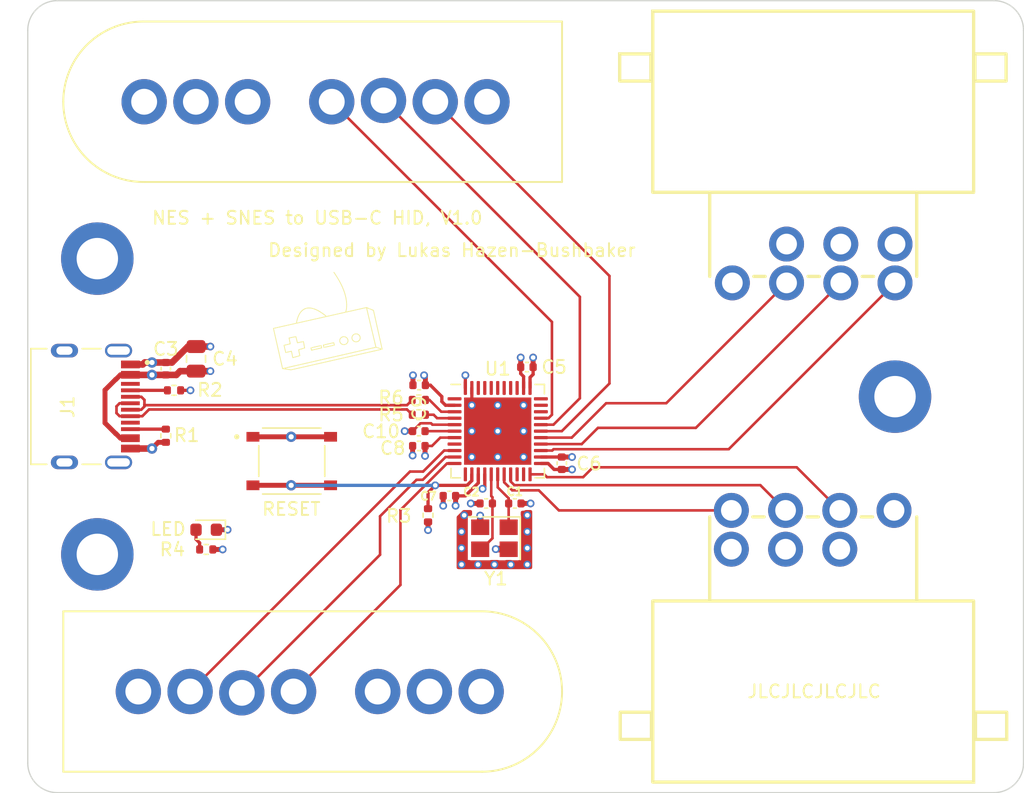
<source format=kicad_pcb>
(kicad_pcb (version 20211014) (generator pcbnew)
  (layers (0 "F.Cu" signal) (1 "In1.Cu" signal) (2 "In2.Cu" signal) (31 "B.Cu" signal) (34 "B.Paste" user) (35 "F.Paste" user) (36 "B.SilkS" user "B.Silkscreen") (37 "F.SilkS" user "F.Silkscreen") (38 "B.Mask" user) (39 "F.Mask" user) (44 "Edge.Cuts" user))
  (net 0 "")
  (net 1 "GND")
  (net 2 "Net-(D1-Pad2)")
  (net 3 "VCC")
  (net 4 "Net-(J1-PadA5)")
  (net 5 "/USB_D+")
  (net 6 "/USB_D-")
  (net 8 "Net-(J1-PadB5)")
  (net 14 "Net-(R3-Pad2)")
  (net 16 "/XIN")
  (net 17 "Net-(C10-Pad1)")
  (net 18 "/SNES_1_CLK")
  (net 19 "/SNES_1_LATCH")
  (net 20 "/SNES_1_DATA")
  (net 24 "/SNES_2_CLK")
  (net 25 "/SNES_2_LATCH")
  (net 26 "/SNES_2_DATA")
  (net 33 "/NES_1_DATA")
  (net 34 "/NES_1_LATCH")
  (net 35 "/NES_1_CLK")
  (net 49 "/NES_2_DATA")
  (net 50 "/NES_2_LATCH")
  (net 51 "/NES_2_CLK")
  (net 52 "/XOUT")
  (net 53 "Net-(R6-Pad2)")
  (net 54 "Net-(R5-Pad2)")
  (footprint "Capacitor_SMD:C_0402_1005Metric" (layer "F.Cu") (at 118.7704 97.028 180)
    (fp_text reference "C9" (at -0.007 -1.788 90) (layer "F.SilkS"))
    (fp_text value "0.1u")
    (pad "1" smd roundrect (at -0.48 0 180) (size 0.56 0.62) (layers "F.Cu" "F.Paste" "F.Mask") (net 3 "VCC"))
    (pad "2" smd roundrect (at 0.48 0 180) (size 0.56 0.62) (layers "F.Cu" "F.Paste" "F.Mask") (net 1 "GND"))
  )
  (footprint "Capacitor_SMD:C_0402_1005Metric" (layer "F.Cu") (at 121.1072 105.5878 180)
    (fp_text reference "C7" (at 1.6256 -0.0254 180) (layer "F.SilkS") (effects (font (size 0.635 0.635))))
    (fp_text value "0.1u")
    (pad "1" smd roundrect (at -0.48 0 180) (size 0.56 0.62) (layers "F.Cu" "F.Paste" "F.Mask") (net 3 "VCC"))
    (pad "2" smd roundrect (at 0.48 0 180) (size 0.56 0.62) (layers "F.Cu" "F.Paste" "F.Mask") (net 1 "GND"))
  )
  (footprint "Capacitor_SMD:C_0402_1005Metric" (layer "F.Cu") (at 118.745 101.727 180)
    (fp_text reference "C8" (at 2.018 -0.173) (layer "F.SilkS"))
    (fp_text value "0.1u")
    (pad "1" smd roundrect (at -0.48 0 180) (size 0.56 0.62) (layers "F.Cu" "F.Paste" "F.Mask") (net 3 "VCC"))
    (pad "2" smd roundrect (at 0.48 0 180) (size 0.56 0.62) (layers "F.Cu" "F.Paste" "F.Mask") (net 1 "GND"))
  )
  (footprint "local_footprints:GAMING_SNES" (layer "F.Cu") (at 109.064 120.709)
    (fp_text reference "J2" hide)
    (fp_text value "SNES_Controller" hide)
    (pad "1" thru_hole circle (at -12 0) (size 3.5 3.5) (drill 2) (layers *.Cu *.Mask) (net 3 "VCC"))
    (pad "2" thru_hole circle (at -8 0) (size 3.5 3.5) (drill 2) (layers *.Cu *.Mask) (net 18 "/SNES_1_CLK"))
    (pad "3" thru_hole circle (at -4 0.1) (size 3.5 3.5) (drill 2) (layers *.Cu *.Mask) (net 19 "/SNES_1_LATCH"))
    (pad "4" thru_hole circle (at 0 0) (size 3.5 3.5) (drill 2) (layers *.Cu *.Mask) (net 20 "/SNES_1_DATA"))
    (pad "5" thru_hole circle (at 6.5 0) (size 3.5 3.5) (drill 2) (layers *.Cu *.Mask))
    (pad "6" thru_hole circle (at 10.5 0) (size 3.5 3.5) (drill 2) (layers *.Cu *.Mask))
    (pad "7" thru_hole circle (at 14.5 0) (size 3.5 3.5) (drill 2) (layers *.Cu *.Mask) (net 1 "GND"))
  )
  (footprint "Resistor_SMD:R_0402_1005Metric" (layer "F.Cu") (at 118.745 98.171)
    (fp_text reference "R6" (at -2.145 -0.171) (layer "F.SilkS"))
    (fp_text value "22r")
    (pad "1" smd roundrect (at -0.51 0) (size 0.54 0.64) (layers "F.Cu" "F.Paste" "F.Mask") (net 6 "/USB_D-"))
    (pad "2" smd roundrect (at 0.51 0) (size 0.54 0.64) (layers "F.Cu" "F.Paste" "F.Mask") (net 53 "Net-(R6-Pad2)"))
  )
  (footprint "Resistor_SMD:R_0402_1005Metric" (layer "F.Cu") (at 119.4562 107.0864 90)
    (fp_text reference "R3" (at -0.055 -2.261) (layer "F.SilkS"))
    (fp_text value "10k")
    (pad "1" smd roundrect (at -0.51 0 90) (size 0.54 0.64) (layers "F.Cu" "F.Paste" "F.Mask") (net 3 "VCC"))
    (pad "2" smd roundrect (at 0.51 0 90) (size 0.54 0.64) (layers "F.Cu" "F.Paste" "F.Mask") (net 14 "Net-(R3-Pad2)"))
  )
  (footprint "local_footprints:NES controller port" (layer "F.Cu") (at 149.225 82.375 180)
    (fp_text reference "J5" hide)
    (fp_text value "NES_Controller")
    (pad "" np_thru_hole circle (at 10.25 7.25 180) (size 3.2 3.2) (drill 3.2) (layers F&B.Cu *.Mask))
    (pad "" np_thru_hole circle (at -10.25 7.25 180) (size 3.2 3.2) (drill 3.2) (layers F&B.Cu *.Mask))
    (pad "1" thru_hole circle (at 2.057 -3.75 180) (size 2.7 2.7) (drill 1.6) (layers *.Cu *.Mask) (net 3 "VCC"))
    (pad "2" thru_hole circle (at -2.134 -3.75 180) (size 2.7 2.7) (drill 1.6) (layers *.Cu *.Mask))
    (pad "3" thru_hole circle (at -6.325 -3.75 180) (size 2.7 2.7) (drill 1.6) (layers *.Cu *.Mask))
    (pad "4" thru_hole circle (at -6.325 -6.75 180) (size 2.7 2.7) (drill 1.6) (layers *.Cu *.Mask) (net 49 "/NES_2_DATA"))
    (pad "5" thru_hole circle (at -2.134 -6.75 180) (size 2.7 2.7) (drill 1.6) (layers *.Cu *.Mask) (net 50 "/NES_2_LATCH"))
    (pad "6" thru_hole circle (at 2.057 -6.75 180) (size 2.7 2.7) (drill 1.6) (layers *.Cu *.Mask) (net 51 "/NES_2_CLK"))
    (pad "7" thru_hole circle (at 6.248 -6.75 180) (size 2.7 2.7) (drill 1.6) (layers *.Cu *.Mask) (net 1 "GND"))
  )
  (footprint "MountingHole:MountingHole_3.2mm_M3_DIN965_Pad" (layer "F.Cu") (at 155.55 97.917)
    (fp_text reference "H3" hide)
    (fp_text value "MountingHole_Pad")
    (pad "1" thru_hole circle (at 0 0) (size 5.6 5.6) (drill 3.2) (layers *.Cu *.Mask) (net 1 "GND"))
  )
  (footprint "local_footprints:NES controller port" (layer "F.Cu") (at 149.225 113.459)
    (fp_text reference "J4" hide)
    (fp_text value "NES_Controller")
    (pad "" np_thru_hole circle (at -10.25 7.25) (size 3.2 3.2) (drill 3.2) (layers F&B.Cu *.Mask))
    (pad "" np_thru_hole circle (at 10.25 7.25) (size 3.2 3.2) (drill 3.2) (layers F&B.Cu *.Mask))
    (pad "1" thru_hole circle (at 2.057 -3.75) (size 2.7 2.7) (drill 1.6) (layers *.Cu *.Mask) (net 3 "VCC"))
    (pad "2" thru_hole circle (at -2.134 -3.75) (size 2.7 2.7) (drill 1.6) (layers *.Cu *.Mask))
    (pad "3" thru_hole circle (at -6.325 -3.75) (size 2.7 2.7) (drill 1.6) (layers *.Cu *.Mask))
    (pad "4" thru_hole circle (at -6.325 -6.75) (size 2.7 2.7) (drill 1.6) (layers *.Cu *.Mask) (net 33 "/NES_1_DATA"))
    (pad "5" thru_hole circle (at -2.134 -6.75) (size 2.7 2.7) (drill 1.6) (layers *.Cu *.Mask) (net 34 "/NES_1_LATCH"))
    (pad "6" thru_hole circle (at 2.057 -6.75) (size 2.7 2.7) (drill 1.6) (layers *.Cu *.Mask) (net 35 "/NES_1_CLK"))
    (pad "7" thru_hole circle (at 6.248 -6.75) (size 2.7 2.7) (drill 1.6) (layers *.Cu *.Mask) (net 1 "GND"))
  )
  (footprint "Resistor_SMD:R_0402_1005Metric" (layer "F.Cu") (at 102.3112 109.728 180)
    (fp_text reference "R4" (at 2.6162 0) (layer "F.SilkS"))
    (fp_text value "330r")
    (pad "1" smd roundrect (at -0.51 0 180) (size 0.54 0.64) (layers "F.Cu" "F.Paste" "F.Mask") (net 3 "VCC"))
    (pad "2" smd roundrect (at 0.51 0 180) (size 0.54 0.64) (layers "F.Cu" "F.Paste" "F.Mask") (net 2 "Net-(D1-Pad2)"))
  )
  (footprint "Capacitor_SMD:C_0402_1005Metric" (layer "F.Cu") (at 118.745 100.584 180)
    (fp_text reference "C10" (at 2.921 -0.016) (layer "F.SilkS"))
    (fp_text value "1u")
    (pad "1" smd roundrect (at -0.48 0 180) (size 0.56 0.62) (layers "F.Cu" "F.Paste" "F.Mask") (net 17 "Net-(C10-Pad1)"))
    (pad "2" smd roundrect (at 0.48 0 180) (size 0.56 0.62) (layers "F.Cu" "F.Paste" "F.Mask") (net 1 "GND"))
  )
  (footprint "MountingHole:MountingHole_3.2mm_M3_DIN965_Pad" (layer "F.Cu") (at 93.8955 87.249)
    (fp_text reference "H1" hide)
    (fp_text value "MountingHole_Pad")
    (pad "1" thru_hole circle (at 0 0) (size 5.6 5.6) (drill 3.2) (layers *.Cu *.Mask) (net 1 "GND"))
  )
  (footprint "LED_SMD:LED_0603_1608Metric" (layer "F.Cu") (at 102.3112 108.204 180)
    (fp_text reference "D1" hide)
    (fp_text value "LED")
    (pad "1" smd roundrect (at -0.7875 0 180) (size 0.875 0.95) (layers "F.Cu" "F.Paste" "F.Mask") (net 1 "GND"))
    (pad "2" smd roundrect (at 0.7875 0 180) (size 0.875 0.95) (layers "F.Cu" "F.Paste" "F.Mask") (net 2 "Net-(D1-Pad2)"))
  )
  (footprint "Resistor_SMD:R_0402_1005Metric" (layer "F.Cu") (at 118.745 99.314)
    (fp_text reference "R5" (at -2.145 -0.014) (layer "F.SilkS"))
    (fp_text value "22r")
    (pad "1" smd roundrect (at -0.51 0) (size 0.54 0.64) (layers "F.Cu" "F.Paste" "F.Mask") (net 5 "/USB_D+"))
    (pad "2" smd roundrect (at 0.51 0) (size 0.54 0.64) (layers "F.Cu" "F.Paste" "F.Mask") (net 54 "Net-(R5-Pad2)"))
  )
  (footprint "footprints:SW_TS-1187A-B-A-B" (layer "F.Cu") (at 108.9225 102.8954)
    (fp_text reference "S1" hide)
    (fp_text value "TS-1187A-B-A-B")
    (pad "A" smd rect locked (at -3 -1.875) (size 1 0.75) (layers "F.Cu" "F.Paste" "F.Mask") (net 1 "GND"))
    (pad "B" smd rect locked (at 3 -1.875) (size 1 0.75) (layers "F.Cu" "F.Paste" "F.Mask") (net 1 "GND"))
    (pad "C" smd rect locked (at -3 1.875) (size 1 0.75) (layers "F.Cu" "F.Paste" "F.Mask") (net 14 "Net-(R3-Pad2)"))
    (pad "D" smd rect locked (at 3 1.875) (size 1 0.75) (layers "F.Cu" "F.Paste" "F.Mask") (net 14 "Net-(R3-Pad2)"))
  )
  (footprint "MountingHole:MountingHole_3.2mm_M3_DIN965_Pad" (layer "F.Cu") (at 93.8955 110.109)
    (fp_text reference "H2" hide)
    (fp_text value "MountingHole_Pad")
    (pad "1" thru_hole circle (at 0 0) (size 5.6 5.6) (drill 3.2) (layers *.Cu *.Mask) (net 1 "GND"))
  )
  (footprint "LOGO" (layer "F.Cu") (at 111.526789 92.016398)
    (fp_text reference "G***" hide)
    (fp_text value "LOGO" hide)
  )
  (footprint "Resistor_SMD:R_0402_1005Metric" (layer "F.Cu") (at 99.822 97.429 180)
    (fp_text reference "R2" (at -2.778 0.029) (layer "F.SilkS"))
    (fp_text value "5.1k")
    (pad "1" smd roundrect (at -0.51 0 180) (size 0.54 0.64) (layers "F.Cu" "F.Paste" "F.Mask") (net 1 "GND"))
    (pad "2" smd roundrect (at 0.51 0 180) (size 0.54 0.64) (layers "F.Cu" "F.Paste" "F.Mask") (net 4 "Net-(J1-PadA5)"))
  )
  (footprint "Package_DFN_QFN:QFN-44-1EP_7x7mm_P0.5mm_EP5.2x5.2mm" (layer "F.Cu") (at 124.841 100.584)
    (fp_text reference "U1" (at 0 -4.82) (layer "F.SilkS"))
    (fp_text value "ATmega32U4-M")
    (pad "1" smd roundrect (at -3.3375 -2.5) (size 1.075 0.25) (layers "F.Cu" "F.Paste" "F.Mask"))
    (pad "2" smd roundrect (at -3.3375 -2) (size 1.075 0.25) (layers "F.Cu" "F.Paste" "F.Mask") (net 3 "VCC"))
    (pad "3" smd roundrect (at -3.3375 -1.5) (size 1.075 0.25) (layers "F.Cu" "F.Paste" "F.Mask") (net 53 "Net-(R6-Pad2)"))
    (pad "4" smd roundrect (at -3.3375 -1) (size 1.075 0.25) (layers "F.Cu" "F.Paste" "F.Mask") (net 54 "Net-(R5-Pad2)"))
    (pad "5" smd roundrect (at -3.3375 -0.5) (size 1.075 0.25) (layers "F.Cu" "F.Paste" "F.Mask") (net 1 "GND"))
    (pad "6" smd roundrect (at -3.3375 0) (size 1.075 0.25) (layers "F.Cu" "F.Paste" "F.Mask") (net 17 "Net-(C10-Pad1)"))
    (pad "7" smd roundrect (at -3.3375 0.5) (size 1.075 0.25) (layers "F.Cu" "F.Paste" "F.Mask") (net 3 "VCC"))
    (pad "8" smd roundrect (at -3.3375 1) (size 1.075 0.25) (layers "F.Cu" "F.Paste" "F.Mask"))
    (pad "9" smd roundrect (at -3.3375 1.5) (size 1.075 0.25) (layers "F.Cu" "F.Paste" "F.Mask") (net 18 "/SNES_1_CLK"))
    (pad "10" smd roundrect (at -3.3375 2) (size 1.075 0.25) (layers "F.Cu" "F.Paste" "F.Mask") (net 19 "/SNES_1_LATCH"))
    (pad "11" smd roundrect (at -3.3375 2.5) (size 1.075 0.25) (layers "F.Cu" "F.Paste" "F.Mask") (net 20 "/SNES_1_DATA"))
    (pad "12" smd roundrect (at -2.5 3.3375) (size 0.25 1.075) (layers "F.Cu" "F.Paste" "F.Mask"))
    (pad "13" smd roundrect (at -2 3.3375) (size 0.25 1.075) (layers "F.Cu" "F.Paste" "F.Mask") (net 14 "Net-(R3-Pad2)"))
    (pad "14" smd roundrect (at -1.5 3.3375) (size 0.25 1.075) (layers "F.Cu" "F.Paste" "F.Mask") (net 3 "VCC"))
    (pad "15" smd roundrect (at -1 3.3375) (size 0.25 1.075) (layers "F.Cu" "F.Paste" "F.Mask") (net 1 "GND"))
    (pad "16" smd roundrect (at -0.5 3.3375) (size 0.25 1.075) (layers "F.Cu" "F.Paste" "F.Mask") (net 52 "/XOUT"))
    (pad "17" smd roundrect (at 0 3.3375) (size 0.25 1.075) (layers "F.Cu" "F.Paste" "F.Mask") (net 16 "/XIN"))
    (pad "18" smd roundrect (at 0.5 3.3375) (size 0.25 1.075) (layers "F.Cu" "F.Paste" "F.Mask") (net 33 "/NES_1_DATA"))
    (pad "19" smd roundrect (at 1 3.3375) (size 0.25 1.075) (layers "F.Cu" "F.Paste" "F.Mask") (net 34 "/NES_1_LATCH"))
    (pad "20" smd roundrect (at 1.5 3.3375) (size 0.25 1.075) (layers "F.Cu" "F.Paste" "F.Mask"))
    (pad "21" smd roundrect (at 2 3.3375) (size 0.25 1.075) (layers "F.Cu" "F.Paste" "F.Mask"))
    (pad "22" smd roundrect (at 2.5 3.3375) (size 0.25 1.075) (layers "F.Cu" "F.Paste" "F.Mask") (net 35 "/NES_1_CLK"))
    (pad "23" smd roundrect (at 3.3375 2.5) (size 1.075 0.25) (layers "F.Cu" "F.Paste" "F.Mask") (net 1 "GND"))
    (pad "24" smd roundrect (at 3.3375 2) (size 1.075 0.25) (layers "F.Cu" "F.Paste" "F.Mask") (net 3 "VCC"))
    (pad "25" smd roundrect (at 3.3375 1.5) (size 1.075 0.25) (layers "F.Cu" "F.Paste" "F.Mask") (net 49 "/NES_2_DATA"))
    (pad "26" smd roundrect (at 3.3375 1) (size 1.075 0.25) (layers "F.Cu" "F.Paste" "F.Mask") (net 50 "/NES_2_LATCH"))
    (pad "27" smd roundrect (at 3.3375 0.5) (size 1.075 0.25) (layers "F.Cu" "F.Paste" "F.Mask") (net 51 "/NES_2_CLK"))
    (pad "28" smd roundrect (at 3.3375 0) (size 1.075 0.25) (layers "F.Cu" "F.Paste" "F.Mask") (net 24 "/SNES_2_CLK"))
    (pad "29" smd roundrect (at 3.3375 -0.5) (size 1.075 0.25) (layers "F.Cu" "F.Paste" "F.Mask") (net 25 "/SNES_2_LATCH"))
    (pad "30" smd roundrect (at 3.3375 -1) (size 1.075 0.25) (layers "F.Cu" "F.Paste" "F.Mask") (net 26 "/SNES_2_DATA"))
    (pad "31" smd roundrect (at 3.3375 -1.5) (size 1.075 0.25) (layers "F.Cu" "F.Paste" "F.Mask"))
    (pad "32" smd roundrect (at 3.3375 -2) (size 1.075 0.25) (layers "F.Cu" "F.Paste" "F.Mask"))
    (pad "33" smd roundrect (at 3.3375 -2.5) (size 1.075 0.25) (layers "F.Cu" "F.Paste" "F.Mask"))
    (pad "34" smd roundrect (at 2.5 -3.3375) (size 0.25 1.075) (layers "F.Cu" "F.Paste" "F.Mask") (net 3 "VCC"))
    (pad "35" smd roundrect (at 2 -3.3375) (size 0.25 1.075) (layers "F.Cu" "F.Paste" "F.Mask") (net 1 "GND"))
    (pad "36" smd roundrect (at 1.5 -3.3375) (size 0.25 1.075) (layers "F.Cu" "F.Paste" "F.Mask"))
    (pad "37" smd roundrect (at 1 -3.3375) (size 0.25 1.075) (layers "F.Cu" "F.Paste" "F.Mask"))
    (pad "38" smd roundrect (at 0.5 -3.3375) (size 0.25 1.075) (layers "F.Cu" "F.Paste" "F.Mask"))
    (pad "39" smd roundrect (at 0 -3.3375) (size 0.25 1.075) (layers "F.Cu" "F.Paste" "F.Mask"))
    (pad "40" smd roundrect (at -0.5 -3.3375) (size 0.25 1.075) (layers "F.Cu" "F.Paste" "F.Mask"))
    (pad "41" smd roundrect (at -1 -3.3375) (size 0.25 1.075) (layers "F.Cu" "F.Paste" "F.Mask"))
    (pad "42" smd roundrect (at -1.5 -3.3375) (size 0.25 1.075) (layers "F.Cu" "F.Paste" "F.Mask"))
    (pad "43" smd roundrect (at -2 -3.3375) (size 0.25 1.075) (layers "F.Cu" "F.Paste" "F.Mask") (net 1 "GND"))
    (pad "44" smd roundrect (at -2.5 -3.3375) (size 0.25 1.075) (layers "F.Cu" "F.Paste" "F.Mask") (net 3 "VCC"))
    (pad "45" smd rect (at 0 0) (size 5.2 5.2) (layers "F.Cu" "F.Mask") (net 1 "GND"))
  )
  (footprint "Resistor_SMD:R_0402_1005Metric" (layer "F.Cu") (at 99.187 100.939 90)
    (fp_text reference "R1" (at 0.039 1.613) (layer "F.SilkS"))
    (fp_text value "5.1k")
    (pad "1" smd roundrect (at -0.51 0 90) (size 0.54 0.64) (layers "F.Cu" "F.Paste" "F.Mask") (net 1 "GND"))
    (pad "2" smd roundrect (at 0.51 0 90) (size 0.54 0.64) (layers "F.Cu" "F.Paste" "F.Mask") (net 8 "Net-(J1-PadB5)"))
  )
  (footprint "Capacitor_SMD:C_0402_1005Metric" (layer "F.Cu") (at 129.794 103.064 -90)
    (fp_text reference "C6" (at 0.036 -2.106 180) (layer "F.SilkS"))
    (fp_text value "0.1u")
    (pad "1" smd roundrect (at -0.48 0 270) (size 0.56 0.62) (layers "F.Cu" "F.Paste" "F.Mask") (net 3 "VCC"))
    (pad "2" smd roundrect (at 0.48 0 270) (size 0.56 0.62) (layers "F.Cu" "F.Paste" "F.Mask") (net 1 "GND"))
  )
  (footprint "Crystal:Crystal_SMD_3225-4Pin_3.2x2.5mm" (layer "F.Cu") (at 124.587 108.862 180)
    (fp_text reference "Y1" (at -0.113 -3.118) (layer "F.SilkS"))
    (fp_text value "X322516MLB4SI")
    (pad "1" smd rect (at -1.1 0.85 180) (size 1.4 1.2) (layers "F.Cu" "F.Paste" "F.Mask") (net 16 "/XIN"))
    (pad "2" smd rect (at 1.1 0.85 180) (size 1.4 1.2) (layers "F.Cu" "F.Paste" "F.Mask") (net 1 "GND"))
    (pad "3" smd rect (at 1.1 -0.85 180) (size 1.4 1.2) (layers "F.Cu" "F.Paste" "F.Mask") (net 52 "/XOUT"))
    (pad "4" smd rect (at -1.1 -0.85 180) (size 1.4 1.2) (layers "F.Cu" "F.Paste" "F.Mask") (net 1 "GND"))
  )
  (footprint "Capacitor_SMD:C_0402_1005Metric" (layer "F.Cu") (at 126.167 106.172 180)
    (fp_text reference "C1" (at 0.0052 0.9144) (layer "F.SilkS") (effects (font (size 0.635 0.635))))
    (fp_text value "14p")
    (pad "1" smd roundrect (at -0.48 0 180) (size 0.56 0.62) (layers "F.Cu" "F.Paste" "F.Mask") (net 1 "GND"))
    (pad "2" smd roundrect (at 0.48 0 180) (size 0.56 0.62) (layers "F.Cu" "F.Paste" "F.Mask") (net 16 "/XIN"))
  )
  (footprint "Capacitor_SMD:C_0805_2012Metric" (layer "F.Cu") (at 101.5238 94.996 90)
    (fp_text reference "C4" (at 0 2.2352 180) (layer "F.SilkS"))
    (fp_text value "10u")
    (pad "1" smd roundrect (at -0.95 0 90) (size 1 1.45) (layers "F.Cu" "F.Paste" "F.Mask") (net 3 "VCC"))
    (pad "2" smd roundrect (at 0.95 0 90) (size 1 1.45) (layers "F.Cu" "F.Paste" "F.Mask") (net 1 "GND"))
  )
  (footprint "Capacitor_SMD:C_0402_1005Metric" (layer "F.Cu") (at 123.952 106.172)
    (fp_text reference "C2" (at -1.143 -0.889) (layer "F.SilkS") (effects (font (size 0.635 0.635))))
    (fp_text value "14p")
    (pad "1" smd roundrect (at -0.48 0) (size 0.56 0.62) (layers "F.Cu" "F.Paste" "F.Mask") (net 1 "GND"))
    (pad "2" smd roundrect (at 0.48 0) (size 0.56 0.62) (layers "F.Cu" "F.Paste" "F.Mask") (net 52 "/XOUT"))
  )
  (footprint "local_footprints:GAMING_SNES" (layer "F.Cu") (at 112.014 75.125 180)
    (fp_text reference "J3" hide)
    (fp_text value "SNES_Controller" hide)
    (pad "1" thru_hole circle (at -12 0 180) (size 3.5 3.5) (drill 2) (layers *.Cu *.Mask) (net 3 "VCC"))
    (pad "2" thru_hole circle (at -8 0 180) (size 3.5 3.5) (drill 2) (layers *.Cu *.Mask) (net 24 "/SNES_2_CLK"))
    (pad "3" thru_hole circle (at -4 0.1 180) (size 3.5 3.5) (drill 2) (layers *.Cu *.Mask) (net 25 "/SNES_2_LATCH"))
    (pad "4" thru_hole circle (at 0 0 180) (size 3.5 3.5) (drill 2) (layers *.Cu *.Mask) (net 26 "/SNES_2_DATA"))
    (pad "5" thru_hole circle (at 6.5 0 180) (size 3.5 3.5) (drill 2) (layers *.Cu *.Mask))
    (pad "6" thru_hole circle (at 10.5 0 180) (size 3.5 3.5) (drill 2) (layers *.Cu *.Mask))
    (pad "7" thru_hole circle (at 14.5 0 180) (size 3.5 3.5) (drill 2) (layers *.Cu *.Mask) (net 1 "GND"))
  )
  (footprint "Capacitor_SMD:C_0402_1005Metric" (layer "F.Cu") (at 127.098 95.631 180)
    (fp_text reference "C5" (at -2.102 0) (layer "F.SilkS"))
    (fp_text value "0.1u")
    (pad "1" smd roundrect (at -0.48 0 180) (size 0.56 0.62) (layers "F.Cu" "F.Paste" "F.Mask") (net 3 "VCC"))
    (pad "2" smd roundrect (at 0.48 0 180) (size 0.56 0.62) (layers "F.Cu" "F.Paste" "F.Mask") (net 1 "GND"))
  )
  (footprint "footprints:HRO_TYPE-C-31-M-12" (layer "F.Cu") (at 91.3555 98.679 -90)
    (fp_text reference "J1" (at 0.021 -0.2445 -270) (layer "F.SilkS"))
    (fp_text value "TYPE-C-31-M-12")
    (pad "" np_thru_hole circle locked (at 2.89 -3.65 270) (size 0.7 0.7) (drill 0.7) (layers *.Cu *.Mask))
    (pad "" np_thru_hole circle locked (at -2.89 -3.65 270) (size 0.7 0.7) (drill 0.7) (layers *.Cu *.Mask))
    (pad "A1B12" smd rect locked (at -3.25 -5.095 270) (size 0.6 1.45) (layers "F.Cu" "F.Paste" "F.Mask") (net 1 "GND"))
    (pad "A4B9" smd rect locked (at -2.45 -5.095 270) (size 0.6 1.45) (layers "F.Cu" "F.Paste" "F.Mask") (net 3 "VCC"))
    (pad "A5" smd rect locked (at -1.25 -5.095 270) (size 0.3 1.45) (layers "F.Cu" "F.Paste" "F.Mask") (net 4 "Net-(J1-PadA5)"))
    (pad "A6" smd rect locked (at -0.25 -5.095 270) (size 0.3 1.45) (layers "F.Cu" "F.Paste" "F.Mask") (net 5 "/USB_D+"))
    (pad "A7" smd rect locked (at 0.25 -5.095 270) (size 0.3 1.45) (layers "F.Cu" "F.Paste" "F.Mask") (net 6 "/USB_D-"))
    (pad "A8" smd rect locked (at 1.25 -5.095 270) (size 0.3 1.45) (layers "F.Cu" "F.Paste" "F.Mask"))
    (pad "B1A12" smd rect locked (at 3.25 -5.095 270) (size 0.6 1.45) (layers "F.Cu" "F.Paste" "F.Mask") (net 1 "GND"))
    (pad "B4A9" smd rect locked (at 2.45 -5.095 270) (size 0.6 1.45) (layers "F.Cu" "F.Paste" "F.Mask") (net 3 "VCC"))
    (pad "B5" smd rect locked (at 1.75 -5.095 270) (size 0.3 1.45) (layers "F.Cu" "F.Paste" "F.Mask") (net 8 "Net-(J1-PadB5)"))
    (pad "B6" smd rect locked (at 0.75 -5.095 270) (size 0.3 1.45) (layers "F.Cu" "F.Paste" "F.Mask") (net 5 "/USB_D+"))
    (pad "B7" smd rect locked (at -0.75 -5.095 270) (size 0.3 1.45) (layers "F.Cu" "F.Paste" "F.Mask") (net 6 "/USB_D-"))
    (pad "B8" smd rect locked (at -1.75 -5.095 270) (size 0.3 1.45) (layers "F.Cu" "F.Paste" "F.Mask"))
    (pad "S1" thru_hole oval locked (at -4.32 -4.18 270) (size 1.05 2.1) (drill oval 0.65 1.75) (layers *.Cu *.Mask))
    (pad "S2" thru_hole oval locked (at 4.32 -4.18 270) (size 1.05 2.1) (drill oval 0.65 1.75) (layers *.Cu *.Mask))
    (pad "S3" thru_hole oval locked (at -4.32 0 270) (size 1.05 2.1) (drill oval 0.65 1.25) (layers *.Cu *.Mask))
    (pad "S4" thru_hole oval locked (at 4.32 0 270) (size 1.05 2.1) (drill oval 0.65 1.25) (layers *.Cu *.Mask))
  )
  (footprint "Capacitor_SMD:C_0402_1005Metric" (layer "F.Cu") (at 99.187 95.758 90)
    (fp_text reference "C3" (at 1.524 0 180) (layer "F.SilkS"))
    (fp_text value "1u")
    (pad "1" smd roundrect (at -0.48 0 90) (size 0.56 0.62) (layers "F.Cu" "F.Paste" "F.Mask") (net 3 "VCC"))
    (pad "2" smd roundrect (at 0.48 0 90) (size 0.56 0.62) (layers "F.Cu" "F.Paste" "F.Mask") (net 1 "GND"))
  )
  (gr_arc (start 165.481 126.238) (mid 164.811446 127.854446) (end 163.195 128.524) (layer "Edge.Cuts") (width 0.1))
  (gr_arc (start 90.805 128.524) (mid 89.188554 127.854446) (end 88.519 126.238) (layer "Edge.Cuts") (width 0.1))
  (gr_arc (start 163.195 67.31) (mid 164.811446 67.979554) (end 165.481 69.596) (layer "Edge.Cuts") (width 0.1))
  (gr_line (start 90.805 128.524) (end 163.195 128.524) (layer "Edge.Cuts") (width 0.1))
  (gr_line (start 163.195 67.31) (end 90.805 67.31) (layer "Edge.Cuts") (width 0.1))
  (gr_arc (start 88.519 69.596) (mid 89.188554 67.979554) (end 90.805 67.31) (layer "Edge.Cuts") (width 0.1))
  (gr_line (start 165.481 126.238) (end 165.481 69.596) (layer "Edge.Cuts") (width 0.1))
  (gr_line (start 88.519 69.596) (end 88.519 126.238) (layer "Edge.Cuts") (width 0.1))
  (gr_text "LED" (at 99.3648 108.1532) (layer "F.SilkS") (effects (font (size 1 1))))
  (gr_text "RESET" (at 108.8898 106.6038) (layer "F.SilkS") (effects (font (size 0.992 0.992))))
  (gr_text "Designed by Lukas Hazen-Bushbaker" (at 121.3 86.6) (layer "F.SilkS") (effects (font (size 1 1))))
  (gr_text "NES + SNES to USB-C HID, V1.0" (at 110.9 84.1) (layer "F.SilkS") (effects (font (size 1 1))))
  (gr_text "JLCJLCJLCJLC" (at 149.3 120.7) (layer "F.SilkS") (effects (font (size 1 1))))
  (segment (start 118.2904 97.028) (end 118.2904 96.266) (width 0.381) (layer "F.Cu") (net 1))
  (segment (start 96.4505 101.929) (end 98.119 101.929) (width 0.508) (layer "F.Cu") (net 1))
  (segment (start 121.5035 100.084) (end 119.7944 100.084) (width 0.2) (layer "F.Cu") (net 1))
  (segment (start 126.841 96.361) (end 126.618 96.138) (width 0.254) (layer "F.Cu") (net 1))
  (segment (start 123.487 108.012) (end 123.487 107.1118) (width 0.508) (layer "F.Cu") (net 1))
  (segment (start 97.5588 95.278) (end 97.4078 95.429) (width 0.508) (layer "F.Cu") (net 1))
  (segment (start 122.7582 106.172) (end 123.472 106.172) (width 0.381) (layer "F.Cu") (net 1))
  (segment (start 101.5238 94.046) (end 102.6312 94.046) (width 0.508) (layer "F.Cu") (net 1))
  (segment (start 118.8746 99.9744) (end 118.265 100.584) (width 0.2) (layer "F.Cu") (net 1))
  (segment (start 129.198 103.544) (end 129.794 103.544) (width 0.254) (layer "F.Cu") (net 1))
  (segment (start 100.332 97.429) (end 101.092 97.429) (width 0.254) (layer "F.Cu") (net 1))
  (segment (start 99.187 95.278) (end 99.667 95.278) (width 0.508) (layer "F.Cu") (net 1))
  (segment (start 100.899 94.046) (end 101.5238 94.046) (width 0.508) (layer "F.Cu") (net 1))
  (segment (start 117.6528 100.584) (end 118.265 100.584) (width 0.381) (layer "F.Cu") (net 1))
  (segment (start 108.8763 101.0204) (end 105.9225 101.0204) (width 0.381) (layer "F.Cu") (net 1))
  (segment (start 124.6886 109.7026) (end 125.6776 109.7026) (width 0.508) (layer "F.Cu") (net 1))
  (segment (start 126.618 95.631) (end 126.618 94.8944) (width 0.381) (layer "F.Cu") (net 1))
  (segment (start 120.6272 106.3498) (end 120.6272 105.5878) (width 0.381) (layer "F.Cu") (net 1))
  (segment (start 126.841 97.2465) (end 126.841 96.361) (width 0.254) (layer "F.Cu") (net 1))
  (segment (start 123.841 104.868585) (end 123.841 103.9215) (width 0.254) (layer "F.Cu") (net 1))
  (segment (start 122.841 97.2465) (end 122.841 98.584) (width 0.25) (layer "F.Cu") (net 1))
  (segment (start 125.6776 109.7026) (end 125.687 109.712) (width 0.508) (layer "F.Cu") (net 1))
  (segment (start 103.0987 108.204) (end 103.9622 108.204) (width 0.381) (layer "F.Cu") (net 1))
  (segment (start 98.119 95.278) (end 97.5588 95.278) (width 0.508) (layer "F.Cu") (net 1))
  (segment (start 118.265 101.727) (end 118.265 102.4662) (width 0.381) (layer "F.Cu") (net 1))
  (segment (start 111.9225 101.0204) (end 108.8763 101.0204) (width 0.381) (layer "F.Cu") (net 1))
  (segment (start 98.599 101.449) (end 98.119 101.929) (width 0.381) (layer "F.Cu") (net 1))
  (segment (start 126.647 106.172) (end 127.381 106.172) (width 0.381) (layer "F.Cu") (net 1))
  (segment (start 128.738 103.084) (end 129.198 103.544) (width 0.254) (layer "F.Cu") (net 1))
  (segment (start 99.187 101.449) (end 98.599 101.449) (width 0.381) (layer "F.Cu") (net 1))
  (segment (start 97.4078 95.429) (end 96.4505 95.429) (width 0.508) (layer "F.Cu") (net 1))
  (segment (start 129.794 103.544) (end 130.584 103.544) (width 0.381) (layer "F.Cu") (net 1))
  (segment (start 98.119 95.278) (end 99.187 95.278) (width 0.508) (layer "F.Cu") (net 1))
  (segment (start 126.618 96.138) (end 126.618 95.631) (width 0.254) (layer "F.Cu") (net 1))
  (segment (start 128.1785 103.084) (end 128.738 103.084) (width 0.254) (layer "F.Cu") (net 1))
  (segment (start 123.670544 105.039041) (end 123.841 104.868585) (width 0.254) (layer "F.Cu") (net 1))
  (segment (start 119.7944 100.084) (end 119.6848 99.9744) (width 0.2) (layer "F.Cu") (net 1))
  (segment (start 119.6848 99.9744) (end 118.8746 99.9744) (width 0.2) (layer "F.Cu") (net 1))
  (segment (start 99.667 95.278) (end 100.899 94.046) (width 0.508) (layer "F.Cu") (net 1))
  (via (at 103.9622 108.204) (size 0.6) (drill 0.35) (layers "F.Cu" "B.Cu") (net 1))
  (via (at 127.381 106.172) (size 0.6) (drill 0.35) (layers "F.Cu" "B.Cu") (net 1))
  (via (at 124.6886 109.7026) (size 0.6) (drill 0.35) (layers "F.Cu" "B.Cu") (net 1))
  (via (at 102.6312 94.046) (size 0.6) (drill 0.35) (layers "F.Cu" "B.Cu") (net 1))
  (via (at 98.119 101.929) (size 0.8) (drill 0.4) (layers "F.Cu" "B.Cu") (net 1))
  (via (at 122.841 102.584) (size 0.6) (drill 0.35) (layers "F.Cu" "B.Cu") (net 1))
  (via (at 125.857 110.8964) (size 0.6) (drill 0.35) (layers "F.Cu" "B.Cu") (net 1))
  (via (at 108.8763 101.0204) (size 0.8) (drill 0.4) (layers "F.Cu" "B.Cu") (net 1))
  (via (at 122.047 108.354) (size 0.6) (drill 0.35) (layers "F.Cu" "B.Cu") (net 1))
  (via (at 126.618 94.8944) (size 0.6) (drill 0.35) (layers "F.Cu" "B.Cu") (net 1))
  (via (at 122.841 100.584) (size 0.6) (drill 0.35) (layers "F.Cu" "B.Cu") (net 1))
  (via (at 122.841 98.584) (size 0.6) (drill 0.35) (layers "F.Cu" "B.Cu") (net 1))
  (via (at 123.317 110.894) (size 0.6) (drill 0.35) (layers "F.Cu" "B.Cu") (net 1))
  (via (at 127.127 110.894) (size 0.6) (drill 0.35) (layers "F.Cu" "B.Cu") (net 1))
  (via (at 122.047 110.894) (size 0.6) (drill 0.35) (layers "F.Cu" "B.Cu") (net 1))
  (via (at 123.670544 105.039041) (size 0.6) (drill 0.35) (layers "F.Cu" "B.Cu") (net 1))
  (via (at 127.127 108.354) (size 0.6) (drill 0.35) (layers "F.Cu" "B.Cu") (net 1))
  (via (at 126.841 98.584) (size 0.6) (drill 0.35) (layers "F.Cu" "B.Cu") (net 1))
  (via (at 126.841 102.584) (size 0.6) (drill 0.35) (layers "F.Cu" "B.Cu") (net 1))
  (via (at 118.265 102.4662) (size 0.6) (drill 0.35) (layers "F.Cu" "B.Cu") (net 1))
  (via (at 127.127 109.624) (size 0.6) (drill 0.35) (layers "F.Cu" "B.Cu") (net 1))
  (via (at 124.841 98.584) (size 0.6) (drill 0.35) (layers "F.Cu" "B.Cu") (net 1))
  (via (at 122.047 109.624) (size 0.6) (drill 0.35) (layers "F.Cu" "B.Cu") (net 1))
  (via (at 127.127 107.084) (size 0.6) (drill 0.35) (layers "F.Cu" "B.Cu") (net 1))
  (via (at 98.119 95.278) (size 0.8) (drill 0.4) (layers "F.Cu" "B.Cu") (net 1))
  (via (at 122.2502 107.0864) (size 0.6) (drill 0.35) (layers "F.Cu" "B.Cu") (net 1))
  (via (at 124.841 100.584) (size 0.6) (drill 0.35) (layers "F.Cu" "B.Cu") (net 1))
  (via (at 124.841 102.584) (size 0.6) (drill 0.35) (layers "F.Cu" "B.Cu") (net 1))
  (via (at 124.587 110.894) (size 0.6) (drill 0.35) (layers "F.Cu" "B.Cu") (net 1))
  (via (at 130.584 103.544) (size 0.6) (drill 0.35) (layers "F.Cu" "B.Cu") (net 1))
  (via (at 117.6528 100.584) (size 0.6) (drill 0.35) (layers "F.Cu" "B.Cu") (net 1))
  (via (at 118.2904 96.266) (size 0.6) (drill 0.35) (layers "F.Cu" "B.Cu") (net 1))
  (via (at 126.841 100.584) (size 0.6) (drill 0.35) (layers "F.Cu" "B.Cu") (net 1))
  (via (at 120.6272 106.3498) (size 0.6) (drill 0.35) (layers "F.Cu" "B.Cu") (net 1))
  (via (at 123.487 107.1118) (size 0.6) (drill 0.35) (layers "F.Cu" "B.Cu") (net 1))
  (via (at 122.7582 106.172) (size 0.6) (drill 0.35) (layers "F.Cu" "B.Cu") (net 1))
  (via (at 101.092 97.429) (size 0.6) (drill 0.35) (layers "F.Cu" "B.Cu") (net 1))
  (segment (start 101.8012 109.218) (end 101.5237 108.9405) (width 0.254) (layer "F.Cu") (net 2))
  (segment (start 101.5237 108.9405) (end 101.5237 108.204) (width 0.254) (layer "F.Cu") (net 2))
  (segment (start 101.8012 109.728) (end 101.8012 109.218) (width 0.254) (layer "F.Cu") (net 2))
  (segment (start 96.4595 96.238) (end 96.4505 96.229) (width 0.508) (layer "F.Cu") (net 3))
  (segment (start 119.225 101.727) (end 119.225 102.497377) (width 0.381) (layer "F.Cu") (net 3))
  (segment (start 119.634 97.028) (end 119.2504 97.028) (width 0.254) (layer "F.Cu") (net 3))
  (segment (start 95.317499 100.778499) (end 94.488 99.949) (width 0.381) (layer "F.Cu") (net 3))
  (segment (start 95.332937 96.579501) (end 95.683438 96.229) (width 0.381) (layer "F.Cu") (net 3))
  (segment (start 99.187 96.238) (end 98.1228 96.238) (width 0.508) (layer "F.Cu") (net 3))
  (segment (start 128.1785 102.584) (end 129.794 102.584) (width 0.254) (layer "F.Cu") (net 3))
  (segment (start 127.341 97.2465) (end 127.341 96.433) (width 0.254) (layer "F.Cu") (net 3))
  (segment (start 120.404 101.084) (end 121.5035 101.084) (width 0.2) (layer "F.Cu") (net 3))
  (segment (start 96.4505 101.129) (end 95.683438 101.129) (width 0.381) (layer "F.Cu") (net 3))
  (segment (start 95.683438 96.229) (end 96.4505 96.229) (width 0.381) (layer "F.Cu") (net 3))
  (segment (start 120.523 98.298) (end 120.523 97.917) (width 0.254) (layer "F.Cu") (net 3))
  (segment (start 127.578 94.8944) (end 127.578 95.631) (width 0.381) (layer "F.Cu") (net 3))
  (segment (start 123.341 104.58511) (end 122.33831 105.5878) (width 0.254) (layer "F.Cu") (net 3))
  (segment (start 103.5812 109.728) (end 102.8212 109.728) (width 0.381) (layer "F.Cu") (net 3))
  (segment (start 94.488 97.409) (end 95.317499 96.579501) (width 0.381) (layer "F.Cu") (net 3))
  (segment (start 98.1228 96.238) (end 96.4595 96.238) (width 0.508) (layer "F.Cu") (net 3))
  (segment (start 95.317499 96.579501) (end 95.332937 96.579501) (width 0.381) (layer "F.Cu") (net 3))
  (segment (start 99.187 96.238) (end 100.0024 96.238) (width 0.508) (layer "F.Cu") (net 3))
  (segment (start 122.33831 105.5878) (end 121.5872 105.5878) (width 0.254) (layer "F.Cu") (net 3))
  (segment (start 127.578 96.196) (end 127.578 95.631) (width 0.254) (layer "F.Cu") (net 3))
  (segment (start 129.794 102.584) (end 130.584 102.584) (width 0.381) (layer "F.Cu") (net 3))
  (segment (start 122.341 97.2465) (end 122.341 96.266) (width 0.25) (layer "F.Cu") (net 3))
  (segment (start 94.488 99.949) (end 94.488 97.409) (width 0.381) (layer "F.Cu") (net 3))
  (segment (start 119.4562 107.5964) (end 119.4562 108.2294) (width 0.381) (layer "F.Cu") (net 3))
  (segment (start 120.809 98.584) (end 120.523 98.298) (width 0.254) (layer "F.Cu") (net 3))
  (segment (start 100.0024 96.238) (end 100.2944 95.946) (width 0.508) (layer "F.Cu") (net 3))
  (segment (start 127.341 96.433) (end 127.578 96.196) (width 0.254) (layer "F.Cu") (net 3))
  (segment (start 123.341 103.9215) (end 123.341 104.58511) (width 0.254) (layer "F.Cu") (net 3))
  (segment (start 121.5035 98.584) (end 120.809 98.584) (width 0.254) (layer "F.Cu") (net 3))
  (segment (start 121.5872 106.3498) (end 121.5872 105.5878) (width 0.381) (layer "F.Cu") (net 3))
  (segment (start 95.683438 101.129) (end 95.332937 100.778499) (width 0.381) (layer "F.Cu") (net 3))
  (segment (start 95.332937 100.778499) (end 95.317499 100.778499) (width 0.381) (layer "F.Cu") (net 3))
  (segment (start 101.5238 95.946) (end 102.6312 95.946) (width 0.508) (layer "F.Cu") (net 3))
  (segment (start 120.523 97.917) (end 119.634 97.028) (width 0.254) (layer "F.Cu") (net 3))
  (segment (start 119.761 101.727) (end 119.225 101.727) (width 0.2) (layer "F.Cu") (net 3))
  (segment (start 119.761 101.727) (end 120.404 101.084) (width 0.2) (layer "F.Cu") (net 3))
  (segment (start 100.2944 95.946) (end 101.5238 95.946) (width 0.508) (layer "F.Cu") (net 3))
  (segment (start 119.2504 97.028) (end 119.2504 96.365) (width 0.381) (layer "F.Cu") (net 3))
  (via (at 119.4562 108.2294) (size 0.6) (drill 0.35) (layers "F.Cu" "B.Cu") (net 3))
  (via (at 121.5872 106.3498) (size 0.6) (drill 0.35) (layers "F.Cu" "B.Cu") (net 3))
  (via (at 127.578 94.8944) (size 0.6) (drill 0.35) (layers "F.Cu" "B.Cu") (net 3))
  (via (at 103.5812 109.728) (size 0.6) (drill 0.35) (layers "F.Cu" "B.Cu") (net 3))
  (via (at 102.6312 95.946) (size 0.6) (drill 0.35) (layers "F.Cu" "B.Cu") (net 3))
  (via (at 119.225 102.497377) (size 0.6) (drill 0.35) (layers "F.Cu" "B.Cu") (net 3))
  (via (at 130.584 102.584) (size 0.6) (drill 0.35) (layers "F.Cu" "B.Cu") (net 3))
  (via (at 122.341 96.266) (size 0.6) (drill 0.35) (layers "F.Cu" "B.Cu") (net 3))
  (via (at 98.119 96.238) (size 0.8) (drill 0.4) (layers "F.Cu" "B.Cu") (net 3))
  (via (at 119.1514 96.266) (size 0.6) (drill 0.35) (layers "F.Cu" "B.Cu") (net 3))
  (segment (start 99.312 97.429) (end 96.4505 97.429) (width 0.254) (layer "F.Cu") (net 4))
  (segment (start 97.3702 99.429) (end 96.4505 99.429) (width 0.20574) (layer "F.Cu") (net 5))
  (segment (start 97.89033 98.90887) (end 97.3702 99.429) (width 0.20574) (layer "F.Cu") (net 5))
  (segment (start 96.4505 99.429) (end 95.619 99.429) (width 0.20574) (layer "F.Cu") (net 5))
  (segment (start 118.235 99.314) (end 117.82987 98.90887) (width 0.20574) (layer "F.Cu") (net 5))
  (segment (start 95.377 99.187) (end 95.377 98.66776) (width 0.20574) (layer "F.Cu") (net 5))
  (segment (start 95.619 99.429) (end 95.377 99.187) (width 0.20574) (layer "F.Cu") (net 5))
  (segment (start 95.61576 98.429) (end 96.4505 98.429) (width 0.20574) (layer "F.Cu") (net 5))
  (segment (start 117.82987 98.90887) (end 97.89033 98.90887) (width 0.20574) (layer "F.Cu") (net 5))
  (segment (start 95.377 98.66776) (end 95.61576 98.429) (width 0.20574) (layer "F.Cu") (net 5))
  (segment (start 97.536 98.171) (end 97.294 97.929) (width 0.20574) (layer "F.Cu") (net 6))
  (segment (start 117.82987 98.57613) (end 97.56013 98.57613) (width 0.20574) (layer "F.Cu") (net 6))
  (segment (start 97.294 97.929) (end 96.4505 97.929) (width 0.20574) (layer "F.Cu") (net 6))
  (segment (start 97.56013 98.57613) (end 97.536 98.552) (width 0.20574) (layer "F.Cu") (net 6))
  (segment (start 118.235 98.171) (end 117.82987 98.57613) (width 0.20574) (layer "F.Cu") (net 6))
  (segment (start 97.536 98.552) (end 97.536 98.171) (width 0.20574) (layer "F.Cu") (net 6))
  (segment (start 97.536 98.679) (end 97.536 98.552) (width 0.20574) (layer "F.Cu") (net 6))
  (segment (start 97.286 98.929) (end 97.536 98.679) (width 0.20574) (layer "F.Cu") (net 6))
  (segment (start 96.4505 98.929) (end 97.286 98.929) (width 0.20574) (layer "F.Cu") (net 6))
  (segment (start 96.4505 100.429) (end 99.187 100.429) (width 0.254) (layer "F.Cu") (net 8))
  (segment (start 122.841 104.406599) (end 122.472599 104.775) (width 0.254) (layer "F.Cu") (net 14))
  (segment (start 119.4562 105.3338) (end 120.015 104.775) (width 0.254) (layer "F.Cu") (net 14))
  (segment (start 122.841 103.9215) (end 122.841 104.406599) (width 0.254) (layer "F.Cu") (net 14))
  (segment (start 108.8255 104.7704) (end 111.9225 104.7704) (width 0.381) (layer "F.Cu") (net 14))
  (segment (start 122.472599 104.775) (end 120.015 104.775) (width 0.254) (layer "F.Cu") (net 14))
  (segment (start 105.9225 104.7704) (end 108.8255 104.7704) (width 0.381) (layer "F.Cu") (net 14))
  (segment (start 119.4562 106.5764) (end 119.4562 105.3338) (width 0.254) (layer "F.Cu") (net 14))
  (via (at 120.015 104.775) (size 0.6) (drill 0.35) (layers "F.Cu" "B.Cu") (net 14))
  (via (at 108.8763 104.7704) (size 0.8) (drill 0.4) (layers "F.Cu" "B.Cu") (net 14))
  (segment (start 108.8809 104.775) (end 108.8763 104.7704) (width 0.254) (layer "B.Cu") (net 14))
  (segment (start 120.015 104.775) (end 108.8809 104.775) (width 0.254) (layer "B.Cu") (net 14))
  (segment (start 124.841 104.9274) (end 125.687 105.7734) (width 0.2) (layer "F.Cu") (net 16))
  (segment (start 125.687 105.7734) (end 125.687 108.012) (width 0.2) (layer "F.Cu") (net 16))
  (segment (start 124.841 103.9215) (end 124.841 104.9274) (width 0.2) (layer "F.Cu") (net 16))
  (segment (start 121.5035 100.584) (end 119.225 100.584) (width 0.2) (layer "F.Cu") (net 17))
  (segment (start 121.5035 102.084) (end 120.6994 102.084) (width 0.2) (layer "F.Cu") (net 18))
  (segment (start 118.0592 103.7082) (end 101.064 120.7034) (width 0.2) (layer "F.Cu") (net 18))
  (segment (start 101.064 120.709) (end 102.0744 120.709) (width 0.2) (layer "F.Cu") (net 18))
  (segment (start 120.6994 102.084) (end 119.0752 103.7082) (width 0.2) (layer "F.Cu") (net 18))
  (segment (start 119.0752 103.7082) (end 118.0592 103.7082) (width 0.2) (layer "F.Cu") (net 18))
  (segment (start 101.064 120.7034) (end 101.064 120.709) (width 0.2) (layer "F.Cu") (net 18))
  (segment (start 105.064 120.809) (end 105.0732 120.809) (width 0.2) (layer "F.Cu") (net 19))
  (segment (start 115.7478 110.1344) (end 115.7478 107.1626) (width 0.2) (layer "F.Cu") (net 19))
  (segment (start 118.5672 104.3432) (end 119.0498 104.3432) (width 0.2) (layer "F.Cu") (net 19))
  (segment (start 120.809 102.584) (end 121.5035 102.584) (width 0.2) (layer "F.Cu") (net 19))
  (segment (start 115.7478 107.1626) (end 118.5672 104.3432) (width 0.2) (layer "F.Cu") (net 19))
  (segment (start 119.0498 104.3432) (end 120.809 102.584) (width 0.2) (layer "F.Cu") (net 19))
  (segment (start 105.0732 120.809) (end 115.7478 110.1344) (width 0.2) (layer "F.Cu") (net 19))
  (segment (start 117.3226 106.68) (end 117.3226 112.4712) (width 0.2) (layer "F.Cu") (net 20))
  (segment (start 109.064 120.7298) (end 109.064 120.7466) (width 0.2) (layer "F.Cu") (net 20))
  (segment (start 117.3226 112.4712) (end 109.064 120.7298) (width 0.2) (layer "F.Cu") (net 20))
  (segment (start 121.5035 103.084) (end 120.9186 103.084) (width 0.2) (layer "F.Cu") (net 20))
  (segment (start 120.9186 103.084) (end 117.3226 106.68) (width 0.2) (layer "F.Cu") (net 20))
  (segment (start 133.477 96.901) (end 129.794 100.584) (width 0.2) (layer "F.Cu") (net 24))
  (segment (start 133.477 88.588) (end 133.477 96.901) (width 0.2) (layer "F.Cu") (net 24))
  (segment (start 120.014 75.125) (end 133.477 88.588) (width 0.2) (layer "F.Cu") (net 24))
  (segment (start 129.794 100.584) (end 128.1785 100.584) (width 0.2) (layer "F.Cu") (net 24))
  (segment (start 129.151 100.084) (end 128.1785 100.084) (width 0.2) (layer "F.Cu") (net 25))
  (segment (start 131.191 90.202) (end 131.191 98.044) (width 0.2) (layer "F.Cu") (net 25))
  (segment (start 131.191 98.044) (end 129.151 100.084) (width 0.2) (layer "F.Cu") (net 25))
  (segment (start 116.014 75.025) (end 131.191 90.202) (width 0.2) (layer "F.Cu") (net 25))
  (segment (start 128.762 99.584) (end 129.032 99.314) (width 0.2) (layer "F.Cu") (net 26))
  (segment (start 129.032 99.314) (end 129.032 92.143) (width 0.2) (layer "F.Cu") (net 26))
  (segment (start 129.032 92.143) (end 112.014 75.125) (width 0.2) (layer "F.Cu") (net 26))
  (segment (start 128.1785 99.584) (end 128.762 99.584) (width 0.2) (layer "F.Cu") (net 26))
  (segment (start 142.9 106.709) (end 129.569 106.709) (width 0.2) (layer "F.Cu") (net 33))
  (segment (start 129.569 106.709) (end 128.019 105.159) (width 0.2) (layer "F.Cu") (net 33))
  (segment (start 125.341 104.537338) (end 125.341 103.9215) (width 0.2) (layer "F.Cu") (net 33))
  (segment (start 125.962662 105.159) (end 125.341 104.537338) (width 0.2) (layer "F.Cu") (net 33))
  (segment (start 128.019 105.159) (end 125.962662 105.159) (width 0.2) (layer "F.Cu") (net 33))
  (segment (start 126.128348 104.759) (end 145.141 104.759) (width 0.2) (layer "F.Cu") (net 34))
  (segment (start 145.141 104.759) (end 147.091 106.709) (width 0.2) (layer "F.Cu") (net 34))
  (segment (start 125.841 103.9215) (end 125.841 104.471652) (width 0.2) (layer "F.Cu") (net 34))
  (segment (start 125.841 104.471652) (end 126.128348 104.759) (width 0.2) (layer "F.Cu") (net 34))
  (segment (start 132.207 103.378) (end 147.951 103.378) (width 0.2) (layer "F.Cu") (net 35))
  (segment (start 127.341 103.9215) (end 128.4325 103.9215) (width 0.2) (layer "F.Cu") (net 35))
  (segment (start 128.4325 103.9215) (end 128.651 104.14) (width 0.2) (layer "F.Cu") (net 35))
  (segment (start 147.951 103.378) (end 151.282 106.709) (width 0.2) (layer "F.Cu") (net 35))
  (segment (start 131.445 104.14) (end 132.207 103.378) (width 0.2) (layer "F.Cu") (net 35))
  (segment (start 128.651 104.14) (end 131.445 104.14) (width 0.2) (layer "F.Cu") (net 35))
  (segment (start 142.694 101.981) (end 155.55 89.125) (width 0.2) (layer "F.Cu") (net 49))
  (segment (start 129.056 102.084) (end 129.159 101.981) (width 0.2) (layer "F.Cu") (net 49))
  (segment (start 128.1785 102.084) (end 129.056 102.084) (width 0.2) (layer "F.Cu") (net 49))
  (segment (start 129.159 101.981) (end 142.694 101.981) (width 0.2) (layer "F.Cu") (net 49))
  (segment (start 131.334 101.584) (end 132.588 100.33) (width 0.2) (layer "F.Cu") (net 50))
  (segment (start 132.588 100.33) (end 140.154 100.33) (width 0.2) (layer "F.Cu") (net 50))
  (segment (start 128.1785 101.584) (end 131.334 101.584) (width 0.2) (layer "F.Cu") (net 50))
  (segment (start 140.154 100.33) (end 151.359 89.125) (width 0.2) (layer "F.Cu") (net 50))
  (segment (start 133.223 98.425) (end 137.868 98.425) (width 0.2) (layer "F.Cu") (net 51))
  (segment (start 128.1785 101.084) (end 130.564 101.084) (width 0.2) (layer "F.Cu") (net 51))
  (segment (start 137.868 98.425) (end 147.168 89.125) (width 0.2) (layer "F.Cu") (net 51))
  (segment (start 130.564 101.084) (end 133.223 98.425) (width 0.2) (layer "F.Cu") (net 51))
  (segment (start 123.587 109.712) (end 123.487 109.712) (width 0.2) (layer "F.Cu") (net 52))
  (segment (start 124.4346 105.6894) (end 124.4346 108.8644) (width 0.2) (layer "F.Cu") (net 52))
  (segment (start 124.4346 108.8644) (end 123.587 109.712) (width 0.2) (layer "F.Cu") (net 52))
  (segment (start 124.341 105.5958) (end 124.4346 105.6894) (width 0.2) (layer "F.Cu") (net 52))
  (segment (start 124.341 103.9215) (end 124.341 105.5958) (width 0.2) (layer "F.Cu") (net 52))
  (segment (start 121.5035 99.084) (end 120.477686 99.084) (width 0.2) (layer "F.Cu") (net 53))
  (segment (start 119.564686 98.171) (end 119.255 98.171) (width 0.2) (layer "F.Cu") (net 53))
  (segment (start 120.477686 99.084) (end 119.564686 98.171) (width 0.2) (layer "F.Cu") (net 53))
  (segment (start 121.5035 99.584) (end 120.158 99.584) (width 0.2) (layer "F.Cu") (net 54))
  (segment (start 119.888 99.314) (end 119.255 99.314) (width 0.2) (layer "F.Cu") (net 54))
  (segment (start 120.158 99.584) (end 119.888 99.314) (width 0.2) (layer "F.Cu") (net 54))
  (zone (net 1) (net_name "GND") (layer "F.Cu") (connect_pads (clearance 0.254)) (min_thickness 0.254) (fill yes (thermal_gap 0.254) (thermal_bridge_width 0.508))
    (polygon (pts (xy 127.508 111.252) (xy 121.666 111.252) (xy 121.666 107.188) (xy 122.174 106.68) (xy 122.8598 106.68) (xy 122.8598 107.188) (xy 126.619 107.188) (xy 126.619 106.68) (xy 127.508 106.68)))
  )
  (zone (net 0) (net_name "") (layer "F.Cu") (connect_pads (clearance 0)) (min_thickness 0.254)
    (keepout (tracks allowed) (vias allowed) (pads allowed) (copperpour not_allowed) (footprints allowed))
    (fill (thermal_gap 0.254) (thermal_bridge_width 0.508))
    (polygon (pts (xy 126.6444 110.5408) (xy 122.5296 110.5408) (xy 122.5296 107.1372) (xy 126.6444 107.1372)))
  )
)
</source>
